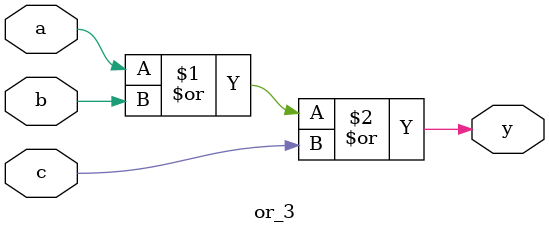
<source format=v>
`timescale 1ns / 1ps


module or_3(
    output y,
    input a,b,c
    );
    
    assign y = a | b | c;
    
endmodule

</source>
